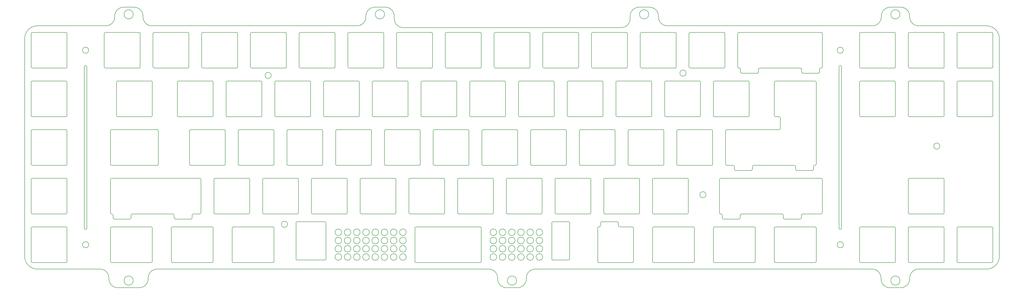
<source format=gbr>
%TF.GenerationSoftware,KiCad,Pcbnew,7.0.5*%
%TF.CreationDate,2023-07-12T22:14:23+02:00*%
%TF.ProjectId,Foundation_Universal,466f756e-6461-4746-996f-6e5f556e6976,rev?*%
%TF.SameCoordinates,Original*%
%TF.FileFunction,Profile,NP*%
%FSLAX46Y46*%
G04 Gerber Fmt 4.6, Leading zero omitted, Abs format (unit mm)*
G04 Created by KiCad (PCBNEW 7.0.5) date 2023-07-12 22:14:23*
%MOMM*%
%LPD*%
G01*
G04 APERTURE LIST*
%TA.AperFunction,Profile*%
%ADD10C,0.200000*%
%TD*%
%ADD11C,0.200000*%
G04 APERTURE END LIST*
D10*
X197368615Y144120000D02*
G75*
G03*
X197368615Y144120000I-1800000J0D01*
G01*
X197368615Y39820000D02*
G75*
G03*
X197368615Y39820000I-1800000J0D01*
G01*
X99137055Y144120000D02*
G75*
G03*
X99137055Y144120000I-1800000J0D01*
G01*
X-48427225Y120193213D02*
G75*
G03*
X-48427225Y120193213I-1200000J0D01*
G01*
X-42065200Y61878919D02*
G75*
G03*
X-42065200Y61878919I-1200000J0D01*
G01*
X121518040Y73446302D02*
G75*
G03*
X121518040Y73446302I-1200000J0D01*
G01*
X113730473Y121101496D02*
G75*
G03*
X113730473Y121101496I-1200000J0D01*
G01*
X46880300Y49057357D02*
G75*
G03*
X46880300Y49057357I-1287763J0D01*
G01*
X57691518Y52281755D02*
G75*
G03*
X57691518Y52281755I-1287763J0D01*
G01*
X43286543Y52281755D02*
G75*
G03*
X43286543Y52281755I-1287763J0D01*
G01*
X46880300Y55506153D02*
G75*
G03*
X46880300Y55506153I-1287763J0D01*
G01*
X57691518Y58740534D02*
G75*
G03*
X57691518Y58740534I-1287763J0D01*
G01*
X43286543Y58740534D02*
G75*
G03*
X43286543Y58740534I-1287763J0D01*
G01*
X-13694465Y49057357D02*
G75*
G03*
X-13694465Y49057357I-1287763J0D01*
G01*
X720492Y49057357D02*
G75*
G03*
X720492Y49057357I-1287763J0D01*
G01*
X-2883248Y52281755D02*
G75*
G03*
X-2883248Y52281755I-1287762J0D01*
G01*
X-17298205Y52281755D02*
G75*
G03*
X-17298205Y52281755I-1287763J0D01*
G01*
X-13694465Y55506153D02*
G75*
G03*
X-13694465Y55506153I-1287763J0D01*
G01*
X720492Y55506153D02*
G75*
G03*
X720492Y55506153I-1287763J0D01*
G01*
X-2883248Y58740534D02*
G75*
G03*
X-2883248Y58740534I-1287762J0D01*
G01*
X-17298205Y58740534D02*
G75*
G03*
X-17298205Y58740534I-1287763J0D01*
G01*
X-13694465Y58740534D02*
G75*
G03*
X-13694465Y58740534I-1287763J0D01*
G01*
X720492Y58740534D02*
G75*
G03*
X720492Y58740534I-1287763J0D01*
G01*
X-2883248Y55506153D02*
G75*
G03*
X-2883248Y55506153I-1287762J0D01*
G01*
X-17298205Y55506153D02*
G75*
G03*
X-17298205Y55506153I-1287763J0D01*
G01*
X-13694465Y52281755D02*
G75*
G03*
X-13694465Y52281755I-1287763J0D01*
G01*
X720492Y52281755D02*
G75*
G03*
X720492Y52281755I-1287763J0D01*
G01*
X-2883248Y49057357D02*
G75*
G03*
X-2883248Y49057357I-1287762J0D01*
G01*
X-17298205Y49057357D02*
G75*
G03*
X-17298205Y49057357I-1287763J0D01*
G01*
X46880300Y58740534D02*
G75*
G03*
X46880300Y58740534I-1287763J0D01*
G01*
X57691518Y55506153D02*
G75*
G03*
X57691518Y55506153I-1287763J0D01*
G01*
X43286543Y55506153D02*
G75*
G03*
X43286543Y55506153I-1287763J0D01*
G01*
X46880300Y52281755D02*
G75*
G03*
X46880300Y52281755I-1287763J0D01*
G01*
X57691518Y49057357D02*
G75*
G03*
X57691518Y49057357I-1287763J0D01*
G01*
X43286543Y49057357D02*
G75*
G03*
X43286543Y49057357I-1287763J0D01*
G01*
X50484039Y49057357D02*
G75*
G03*
X50484039Y49057357I-1287763J0D01*
G01*
X54087778Y52281755D02*
G75*
G03*
X54087778Y52281755I-1287762J0D01*
G01*
X39682804Y52281755D02*
G75*
G03*
X39682804Y52281755I-1287763J0D01*
G01*
X50484039Y55506153D02*
G75*
G03*
X50484039Y55506153I-1287763J0D01*
G01*
X54087778Y58740534D02*
G75*
G03*
X54087778Y58740534I-1287762J0D01*
G01*
X39682804Y58740534D02*
G75*
G03*
X39682804Y58740534I-1287763J0D01*
G01*
X-10090726Y49057357D02*
G75*
G03*
X-10090726Y49057357I-1287763J0D01*
G01*
X4324231Y49057357D02*
G75*
G03*
X4324231Y49057357I-1287763J0D01*
G01*
X-6486987Y52281755D02*
G75*
G03*
X-6486987Y52281755I-1287763J0D01*
G01*
X-20901944Y52281755D02*
G75*
G03*
X-20901944Y52281755I-1287763J0D01*
G01*
X-10090726Y55506153D02*
G75*
G03*
X-10090726Y55506153I-1287763J0D01*
G01*
X4324231Y55506153D02*
G75*
G03*
X4324231Y55506153I-1287763J0D01*
G01*
X-6486987Y58740534D02*
G75*
G03*
X-6486987Y58740534I-1287763J0D01*
G01*
X-20901944Y58740534D02*
G75*
G03*
X-20901944Y58740534I-1287763J0D01*
G01*
X-10090726Y58740534D02*
G75*
G03*
X-10090726Y58740534I-1287763J0D01*
G01*
X4324231Y58740534D02*
G75*
G03*
X4324231Y58740534I-1287763J0D01*
G01*
X-6486987Y55506153D02*
G75*
G03*
X-6486987Y55506153I-1287763J0D01*
G01*
X-20901944Y55506153D02*
G75*
G03*
X-20901944Y55506153I-1287763J0D01*
G01*
X-10090726Y52281755D02*
G75*
G03*
X-10090726Y52281755I-1287763J0D01*
G01*
X4324231Y52281755D02*
G75*
G03*
X4324231Y52281755I-1287763J0D01*
G01*
X-6486987Y49057357D02*
G75*
G03*
X-6486987Y49057357I-1287763J0D01*
G01*
X-20901944Y49057357D02*
G75*
G03*
X-20901944Y49057357I-1287763J0D01*
G01*
X50484039Y58740534D02*
G75*
G03*
X50484039Y58740534I-1287763J0D01*
G01*
X54087778Y55506153D02*
G75*
G03*
X54087778Y55506153I-1287762J0D01*
G01*
X39682804Y55506153D02*
G75*
G03*
X39682804Y55506153I-1287763J0D01*
G01*
X50484039Y52281755D02*
G75*
G03*
X50484039Y52281755I-1287763J0D01*
G01*
X54087778Y49057357D02*
G75*
G03*
X54087778Y49057357I-1287762J0D01*
G01*
X39682804Y49057357D02*
G75*
G03*
X39682804Y49057357I-1287763J0D01*
G01*
X212918930Y92513390D02*
G75*
G03*
X212918930Y92513390I-1200000J0D01*
G01*
X175207500Y130070000D02*
G75*
G03*
X175207500Y130070000I-1200000J0D01*
G01*
X175207500Y53870001D02*
G75*
G03*
X175207500Y53870001I-1200000J0D01*
G01*
X-119792500Y130070000D02*
G75*
G03*
X-119792500Y130070000I-1200000J0D01*
G01*
X-119792500Y53870001D02*
G75*
G03*
X-119792500Y53870001I-1200000J0D01*
G01*
X-102378615Y144120000D02*
G75*
G03*
X-102378615Y144120000I-1800000J0D01*
G01*
X47495000Y39820000D02*
G75*
G03*
X47495000Y39820000I-1800000J0D01*
G01*
X-102378615Y39820000D02*
G75*
G03*
X-102378615Y39820000I-1800000J0D01*
G01*
X-4147055Y144120000D02*
G75*
G03*
X-4147055Y144120000I-1800000J0D01*
G01*
X-110736740Y65920009D02*
X-110823753Y65920009D01*
X-111323753Y66420009D02*
G75*
G03*
X-110823753Y65920009I500000J0D01*
G01*
X-111323753Y66420009D02*
X-111323750Y79420000D01*
X-110823750Y79920000D02*
G75*
G03*
X-111323750Y79420000I0J-500000D01*
G01*
X-110823750Y79920000D02*
X-76392500Y79920000D01*
X-75892500Y79420000D02*
G75*
G03*
X-76392500Y79920000I-500001J-1D01*
G01*
X-75892500Y79420000D02*
X-75892500Y66420000D01*
X-76392500Y65920000D02*
G75*
G03*
X-75892500Y66420000I-1J500001D01*
G01*
X-76392500Y65920000D02*
X-78860739Y65920000D01*
X-78860739Y65920000D02*
G75*
G03*
X-79360739Y65420000I1J-500001D01*
G01*
X-79360739Y65420000D02*
X-79360739Y64419989D01*
X-79860739Y63919989D02*
G75*
G03*
X-79360739Y64419989I-1J500001D01*
G01*
X-79860739Y63919989D02*
X-85860742Y63919989D01*
X-86360742Y64419989D02*
G75*
G03*
X-85860742Y63919989I500000J0D01*
G01*
X-86360742Y64419989D02*
X-86360742Y65420000D01*
X-86360742Y65420000D02*
G75*
G03*
X-86860742Y65919997I-500000J-3D01*
G01*
X-86860742Y65919997D02*
X-102736736Y65920000D01*
X-102736736Y65920000D02*
G75*
G03*
X-103236736Y65420000I0J-500000D01*
G01*
X-103236736Y65420000D02*
X-103236736Y64419989D01*
X-103736736Y63919989D02*
G75*
G03*
X-103236736Y64419989I-1J500001D01*
G01*
X-103736736Y63919989D02*
X-109736740Y63919989D01*
X-110236740Y64419989D02*
G75*
G03*
X-109736740Y63919989I500001J1D01*
G01*
X-110236740Y64419989D02*
X-110236740Y65420009D01*
X-110236740Y65420009D02*
G75*
G03*
X-110736740Y65920009I-499998J2D01*
G01*
X-14917836Y139620001D02*
G75*
G03*
X-11417836Y143120000I-3J3500003D01*
G01*
X-14917836Y139620000D02*
X-95049455Y139620000D01*
X-98549455Y143120000D02*
G75*
G03*
X-95049455Y139620000I3499999J-1D01*
G01*
X-98549455Y143120000D02*
X-98549455Y143495166D01*
X-98549455Y143495166D02*
G75*
G03*
X-102048648Y146920000I-3499192J-75165D01*
G01*
X-102048648Y146920000D02*
X-106118840Y146920000D01*
X-106118840Y146920000D02*
G75*
G03*
X-109618840Y143420000I-1J-3499999D01*
G01*
X-109618840Y143420000D02*
X-109618840Y143120000D01*
X-113118840Y139620000D02*
G75*
G03*
X-109618840Y143120000I1J3499999D01*
G01*
X-113118840Y139620000D02*
X-139830000Y139620000D01*
X-139830000Y139620000D02*
G75*
G03*
X-144830000Y134620000I0J-5000000D01*
G01*
X-144830000Y134620000D02*
X-144830000Y49320000D01*
X-144830000Y49320000D02*
G75*
G03*
X-139830000Y44320000I5000000J0D01*
G01*
X-139830000Y44320000D02*
X-115386789Y44320000D01*
X-111886789Y40820000D02*
G75*
G03*
X-115386789Y44320000I-3499999J1D01*
G01*
X-111886789Y40820000D02*
X-111886789Y40520000D01*
X-111886789Y40520000D02*
G75*
G03*
X-108386789Y37020000I3499999J-1D01*
G01*
X-108386789Y37020000D02*
X-100034624Y37020000D01*
X-100034624Y37020000D02*
G75*
G03*
X-96534679Y40500606I-1J3500000D01*
G01*
X-96534678Y40500606D02*
X-96534678Y40820000D01*
X-93034678Y44320000D02*
G75*
G03*
X-96534678Y40820000I-1J-3499999D01*
G01*
X-93034678Y44320000D02*
X36568613Y44320000D01*
X40068617Y40820000D02*
G75*
G03*
X36568613Y44320000I-3500006J-6D01*
G01*
X40068613Y40820000D02*
X40068613Y40444766D01*
X40068599Y40444766D02*
G75*
G03*
X43564647Y37020001I3497912J73928D01*
G01*
X43564647Y37020001D02*
X47793907Y37020000D01*
X47793907Y37019998D02*
G75*
G03*
X51293907Y40520000I4J3499996D01*
G01*
X51293907Y40520000D02*
X51293907Y40820000D01*
X54793907Y44319998D02*
G75*
G03*
X51293907Y40820000I4J-3500004D01*
G01*
X54793907Y44320000D02*
X186430610Y44320000D01*
X189929813Y40895000D02*
G75*
G03*
X186430610Y44320000I-3499202J-75006D01*
G01*
X189929806Y40895000D02*
X189939451Y40445000D01*
X189939421Y40444999D02*
G75*
G03*
X193438647Y37020000I3499190J74995D01*
G01*
X193438647Y37020000D02*
X197667907Y37020000D01*
X197667907Y37019998D02*
G75*
G03*
X201167907Y40520000I4J3499996D01*
G01*
X201167907Y40520000D02*
X201167907Y40820000D01*
X204667907Y44319998D02*
G75*
G03*
X201167907Y40820000I4J-3500004D01*
G01*
X204667907Y44320000D02*
X231220000Y44320000D01*
X231220000Y44320005D02*
G75*
G03*
X236220000Y49320000I11J4999989D01*
G01*
X236220000Y49320000D02*
X236220000Y134620000D01*
X236220017Y134620000D02*
G75*
G03*
X231220000Y139620000I-5000006J-6D01*
G01*
X231220000Y139620000D02*
X204635856Y139620000D01*
X201135817Y143120000D02*
G75*
G03*
X204635856Y139620000I3499994J-6D01*
G01*
X201135856Y143120000D02*
X201135856Y143420000D01*
X201135817Y143420000D02*
G75*
G03*
X197635856Y146920000I-3500006J-6D01*
G01*
X197635856Y146920000D02*
X193565664Y146920000D01*
X193565664Y146920040D02*
G75*
G03*
X190066469Y143495000I47J-3500046D01*
G01*
X190066468Y143495000D02*
X190066468Y143120000D01*
X186566468Y139620037D02*
G75*
G03*
X190066468Y143120000I43J3499957D01*
G01*
X186566468Y139620000D02*
X106434856Y139620000D01*
X102934817Y143120000D02*
G75*
G03*
X106434856Y139620000I3499994J-6D01*
G01*
X102934856Y143120000D02*
X102934856Y143495000D01*
X102934813Y143494999D02*
G75*
G03*
X99435660Y146920000I-3499202J-75005D01*
G01*
X99435660Y146920000D02*
X95365467Y146920000D01*
X95365467Y146920038D02*
G75*
G03*
X91865467Y143420000I44J-3500044D01*
G01*
X91865467Y143420000D02*
X91865467Y142420000D01*
X88365467Y138920038D02*
G75*
G03*
X91865467Y142420000I44J3499956D01*
G01*
X88365467Y138920000D02*
X3151549Y138920000D01*
X-348483Y142420000D02*
G75*
G03*
X3151549Y138920000I3499994J-6D01*
G01*
X-348451Y142420000D02*
X-348451Y143420000D01*
X-348483Y143420000D02*
G75*
G03*
X-3848451Y146920000I-3500006J-6D01*
G01*
X-3848451Y146920000D02*
X-7918643Y146920000D01*
X-7918643Y146919948D02*
G75*
G03*
X-11417836Y143495166I-46J-3499954D01*
G01*
X-11417836Y143495166D02*
X-11417836Y143120000D01*
X81557500Y66420000D02*
X81557500Y79420000D01*
D11*
X81557500Y79420000D02*
X81606805Y79636770D01*
X81739453Y79805824D01*
X81932542Y79904258D01*
X82057500Y79920000D01*
D10*
X82057500Y79920000D02*
X95057500Y79920000D01*
D11*
X95057500Y79920000D02*
X95274270Y79870694D01*
X95443324Y79738046D01*
X95541758Y79544957D01*
X95557500Y79420000D01*
D10*
X95557500Y79420000D02*
X95557500Y66420000D01*
D11*
X95557500Y66420000D02*
X95508194Y66203229D01*
X95375546Y66034175D01*
X95182457Y65935741D01*
X95057500Y65920000D01*
D10*
X95057500Y65920000D02*
X82057500Y65920000D01*
D11*
X82057500Y65920000D02*
X81840729Y65969305D01*
X81671675Y66101953D01*
X81573241Y66295042D01*
X81557500Y66420000D01*
D10*
X100607500Y66420000D02*
X100607500Y79420000D01*
D11*
X100607500Y79420000D02*
X100656805Y79636770D01*
X100789453Y79805824D01*
X100982542Y79904258D01*
X101107500Y79920000D01*
D10*
X101107500Y79920000D02*
X114107500Y79920000D01*
D11*
X114107500Y79920000D02*
X114324270Y79870694D01*
X114493324Y79738046D01*
X114591758Y79544957D01*
X114607500Y79420000D01*
D10*
X114607500Y79420000D02*
X114607500Y66420000D01*
D11*
X114607500Y66420000D02*
X114558194Y66203229D01*
X114425546Y66034175D01*
X114232457Y65935741D01*
X114107500Y65920000D01*
D10*
X114107500Y65920000D02*
X101107500Y65920000D01*
D11*
X101107500Y65920000D02*
X100890729Y65969305D01*
X100721675Y66101953D01*
X100623241Y66295042D01*
X100607500Y66420000D01*
D10*
X62507500Y66420000D02*
X62507500Y79420000D01*
D11*
X62507500Y79420000D02*
X62556805Y79636770D01*
X62689453Y79805824D01*
X62882542Y79904258D01*
X63007500Y79920000D01*
D10*
X63007500Y79920000D02*
X76007500Y79920000D01*
D11*
X76007500Y79920000D02*
X76224270Y79870694D01*
X76393324Y79738046D01*
X76491758Y79544957D01*
X76507500Y79420000D01*
D10*
X76507500Y79420000D02*
X76507500Y66420000D01*
D11*
X76507500Y66420000D02*
X76458194Y66203229D01*
X76325546Y66034175D01*
X76132457Y65935741D01*
X76007500Y65920000D01*
D10*
X76007500Y65920000D02*
X63007500Y65920000D01*
D11*
X63007500Y65920000D02*
X62790729Y65969305D01*
X62621675Y66101953D01*
X62523241Y66295042D01*
X62507500Y66420000D01*
D10*
X24407500Y66420000D02*
X24407500Y79420000D01*
D11*
X24407500Y79420000D02*
X24456805Y79636770D01*
X24589453Y79805824D01*
X24782542Y79904258D01*
X24907500Y79920000D01*
D10*
X24907500Y79920000D02*
X37907500Y79920000D01*
D11*
X37907500Y79920000D02*
X38124270Y79870694D01*
X38293324Y79738046D01*
X38391758Y79544957D01*
X38407500Y79420000D01*
D10*
X38407500Y79420000D02*
X38407500Y66420000D01*
D11*
X38407500Y66420000D02*
X38358194Y66203229D01*
X38225546Y66034175D01*
X38032457Y65935741D01*
X37907500Y65920000D01*
D10*
X37907500Y65920000D02*
X24907500Y65920000D01*
D11*
X24907500Y65920000D02*
X24690729Y65969305D01*
X24521675Y66101953D01*
X24423241Y66295042D01*
X24407500Y66420000D01*
D10*
X43457500Y66420000D02*
X43457500Y79420000D01*
D11*
X43457500Y79420000D02*
X43506805Y79636770D01*
X43639453Y79805824D01*
X43832542Y79904258D01*
X43957500Y79920000D01*
D10*
X43957500Y79920000D02*
X56957500Y79920000D01*
D11*
X56957500Y79920000D02*
X57174270Y79870694D01*
X57343324Y79738046D01*
X57441758Y79544957D01*
X57457500Y79420000D01*
D10*
X57457500Y79420000D02*
X57457500Y66420000D01*
D11*
X57457500Y66420000D02*
X57408194Y66203229D01*
X57275546Y66034175D01*
X57082457Y65935741D01*
X56957500Y65920000D01*
D10*
X56957500Y65920000D02*
X43957500Y65920000D01*
D11*
X43957500Y65920000D02*
X43740729Y65969305D01*
X43571675Y66101953D01*
X43473241Y66295042D01*
X43457500Y66420000D01*
D10*
X5357500Y66420000D02*
X5357500Y79420000D01*
D11*
X5357500Y79420000D02*
X5406805Y79636770D01*
X5539453Y79805824D01*
X5732542Y79904258D01*
X5857500Y79920000D01*
D10*
X5857500Y79920000D02*
X18857500Y79920000D01*
D11*
X18857500Y79920000D02*
X19074270Y79870694D01*
X19243324Y79738046D01*
X19341758Y79544957D01*
X19357500Y79420000D01*
D10*
X19357500Y79420000D02*
X19357500Y66420000D01*
D11*
X19357500Y66420000D02*
X19308194Y66203229D01*
X19175546Y66034175D01*
X18982457Y65935741D01*
X18857500Y65920000D01*
D10*
X18857500Y65920000D02*
X5857500Y65920000D01*
D11*
X5857500Y65920000D02*
X5640729Y65969305D01*
X5471675Y66101953D01*
X5373241Y66295042D01*
X5357500Y66420000D01*
D10*
X-13692500Y66420000D02*
X-13692500Y79420000D01*
D11*
X-13692500Y79420000D02*
X-13643194Y79636770D01*
X-13510546Y79805824D01*
X-13317457Y79904258D01*
X-13192500Y79920000D01*
D10*
X-13192500Y79920000D02*
X-192500Y79920000D01*
D11*
X-192500Y79920000D02*
X24270Y79870694D01*
X193324Y79738046D01*
X291758Y79544957D01*
X307500Y79420000D01*
D10*
X307500Y79420000D02*
X307500Y66420000D01*
D11*
X307500Y66420000D02*
X258194Y66203229D01*
X125546Y66034175D01*
X-67542Y65935741D01*
X-192500Y65920000D01*
D10*
X-192500Y65920000D02*
X-13192500Y65920000D01*
D11*
X-13192500Y65920000D02*
X-13409270Y65969305D01*
X-13578324Y66101953D01*
X-13676758Y66295042D01*
X-13692500Y66420000D01*
D10*
X-51792500Y66420000D02*
X-51792500Y79420000D01*
D11*
X-51792500Y79420000D02*
X-51743194Y79636770D01*
X-51610546Y79805824D01*
X-51417457Y79904258D01*
X-51292500Y79920000D01*
D10*
X-51292500Y79920000D02*
X-38292500Y79920000D01*
D11*
X-38292500Y79920000D02*
X-38075729Y79870694D01*
X-37906675Y79738046D01*
X-37808241Y79544957D01*
X-37792500Y79420000D01*
D10*
X-37792500Y79420000D02*
X-37792500Y66420000D01*
D11*
X-37792500Y66420000D02*
X-37841805Y66203229D01*
X-37974453Y66034175D01*
X-38167542Y65935741D01*
X-38292500Y65920000D01*
D10*
X-38292500Y65920000D02*
X-51292500Y65920000D01*
D11*
X-51292500Y65920000D02*
X-51509270Y65969305D01*
X-51678324Y66101953D01*
X-51776758Y66295042D01*
X-51792500Y66420000D01*
D10*
X110132500Y85470000D02*
X110132500Y98470000D01*
D11*
X110132500Y98470000D02*
X110181805Y98686770D01*
X110314453Y98855824D01*
X110507542Y98954258D01*
X110632500Y98970000D01*
D10*
X110632500Y98970000D02*
X123632500Y98970000D01*
D11*
X123632500Y98970000D02*
X123849270Y98920694D01*
X124018324Y98788046D01*
X124116758Y98594957D01*
X124132500Y98470000D01*
D10*
X124132500Y98470000D02*
X124132500Y85470000D01*
D11*
X124132500Y85470000D02*
X124083194Y85253229D01*
X123950546Y85084175D01*
X123757457Y84985741D01*
X123632500Y84970000D01*
D10*
X123632500Y84970000D02*
X110632500Y84970000D01*
D11*
X110632500Y84970000D02*
X110415729Y85019305D01*
X110246675Y85151953D01*
X110148241Y85345042D01*
X110132500Y85470000D01*
D10*
X91082500Y85470000D02*
X91082500Y98470000D01*
D11*
X91082500Y98470000D02*
X91131805Y98686770D01*
X91264453Y98855824D01*
X91457542Y98954258D01*
X91582500Y98970000D01*
D10*
X91582500Y98970000D02*
X104582500Y98970000D01*
D11*
X104582500Y98970000D02*
X104799270Y98920694D01*
X104968324Y98788046D01*
X105066758Y98594957D01*
X105082500Y98470000D01*
D10*
X105082500Y98470000D02*
X105082500Y85470000D01*
D11*
X105082500Y85470000D02*
X105033194Y85253229D01*
X104900546Y85084175D01*
X104707457Y84985741D01*
X104582500Y84970000D01*
D10*
X104582500Y84970000D02*
X91582500Y84970000D01*
D11*
X91582500Y84970000D02*
X91365729Y85019305D01*
X91196675Y85151953D01*
X91098241Y85345042D01*
X91082500Y85470000D01*
D10*
X-32742500Y66420000D02*
X-32742500Y79420000D01*
D11*
X-32742500Y79420000D02*
X-32693194Y79636770D01*
X-32560546Y79805824D01*
X-32367457Y79904258D01*
X-32242500Y79920000D01*
D10*
X-32242500Y79920000D02*
X-19242500Y79920000D01*
D11*
X-19242500Y79920000D02*
X-19025729Y79870694D01*
X-18856675Y79738046D01*
X-18758241Y79544957D01*
X-18742500Y79420000D01*
D10*
X-18742500Y79420000D02*
X-18742500Y66420000D01*
D11*
X-18742500Y66420000D02*
X-18791805Y66203229D01*
X-18924453Y66034175D01*
X-19117542Y65935741D01*
X-19242500Y65920000D01*
D10*
X-19242500Y65920000D02*
X-32242500Y65920000D01*
D11*
X-32242500Y65920000D02*
X-32459270Y65969305D01*
X-32628324Y66101953D01*
X-32726758Y66295042D01*
X-32742500Y66420000D01*
D10*
X72032500Y85470000D02*
X72032500Y98470000D01*
D11*
X72032500Y98470000D02*
X72081805Y98686770D01*
X72214453Y98855824D01*
X72407542Y98954258D01*
X72532500Y98970000D01*
D10*
X72532500Y98970000D02*
X85532500Y98970000D01*
D11*
X85532500Y98970000D02*
X85749270Y98920694D01*
X85918324Y98788046D01*
X86016758Y98594957D01*
X86032500Y98470000D01*
D10*
X86032500Y98470000D02*
X86032500Y85470000D01*
D11*
X86032500Y85470000D02*
X85983194Y85253229D01*
X85850546Y85084175D01*
X85657457Y84985741D01*
X85532500Y84970000D01*
D10*
X85532500Y84970000D02*
X72532500Y84970000D01*
D11*
X72532500Y84970000D02*
X72315729Y85019305D01*
X72146675Y85151953D01*
X72048241Y85345042D01*
X72032500Y85470000D01*
D10*
X67270000Y104520000D02*
X67270000Y117520000D01*
D11*
X67270000Y117520000D02*
X67319305Y117736770D01*
X67451953Y117905824D01*
X67645042Y118004258D01*
X67770000Y118020000D01*
D10*
X67770000Y118020000D02*
X80770000Y118020000D01*
D11*
X80770000Y118020000D02*
X80986770Y117970694D01*
X81155824Y117838046D01*
X81254258Y117644957D01*
X81270000Y117520000D01*
D10*
X81270000Y117520000D02*
X81270000Y104520000D01*
D11*
X81270000Y104520000D02*
X81220694Y104303229D01*
X81088046Y104134175D01*
X80894957Y104035741D01*
X80770000Y104020000D01*
D10*
X80770000Y104020000D02*
X67770000Y104020000D01*
D11*
X67770000Y104020000D02*
X67553229Y104069305D01*
X67384175Y104201953D01*
X67285741Y104395042D01*
X67270000Y104520000D01*
D10*
X105370000Y104520000D02*
X105370000Y117520000D01*
D11*
X105370000Y117520000D02*
X105419305Y117736770D01*
X105551953Y117905824D01*
X105745042Y118004258D01*
X105870000Y118020000D01*
D10*
X105870000Y118020000D02*
X118870000Y118020000D01*
D11*
X118870000Y118020000D02*
X119086770Y117970694D01*
X119255824Y117838046D01*
X119354258Y117644957D01*
X119370000Y117520000D01*
D10*
X119370000Y117520000D02*
X119370000Y104520000D01*
D11*
X119370000Y104520000D02*
X119320694Y104303229D01*
X119188046Y104134175D01*
X118994957Y104035741D01*
X118870000Y104020000D01*
D10*
X118870000Y104020000D02*
X105870000Y104020000D01*
D11*
X105870000Y104020000D02*
X105653229Y104069305D01*
X105484175Y104201953D01*
X105385741Y104395042D01*
X105370000Y104520000D01*
D10*
X33932500Y85470000D02*
X33932500Y98470000D01*
D11*
X33932500Y98470000D02*
X33981805Y98686770D01*
X34114453Y98855824D01*
X34307542Y98954258D01*
X34432500Y98970000D01*
D10*
X34432500Y98970000D02*
X47432500Y98970000D01*
D11*
X47432500Y98970000D02*
X47649270Y98920694D01*
X47818324Y98788046D01*
X47916758Y98594957D01*
X47932500Y98470000D01*
D10*
X47932500Y98470000D02*
X47932500Y85470000D01*
D11*
X47932500Y85470000D02*
X47883194Y85253229D01*
X47750546Y85084175D01*
X47557457Y84985741D01*
X47432500Y84970000D01*
D10*
X47432500Y84970000D02*
X34432500Y84970000D01*
D11*
X34432500Y84970000D02*
X34215729Y85019305D01*
X34046675Y85151953D01*
X33948241Y85345042D01*
X33932500Y85470000D01*
D10*
X14882500Y85470000D02*
X14882500Y98470000D01*
D11*
X14882500Y98470000D02*
X14931805Y98686770D01*
X15064453Y98855824D01*
X15257542Y98954258D01*
X15382500Y98970000D01*
D10*
X15382500Y98970000D02*
X28382500Y98970000D01*
D11*
X28382500Y98970000D02*
X28599270Y98920694D01*
X28768324Y98788046D01*
X28866758Y98594957D01*
X28882500Y98470000D01*
D10*
X28882500Y98470000D02*
X28882500Y85470000D01*
D11*
X28882500Y85470000D02*
X28833194Y85253229D01*
X28700546Y85084175D01*
X28507457Y84985741D01*
X28382500Y84970000D01*
D10*
X28382500Y84970000D02*
X15382500Y84970000D01*
D11*
X15382500Y84970000D02*
X15165729Y85019305D01*
X14996675Y85151953D01*
X14898241Y85345042D01*
X14882500Y85470000D01*
D10*
X-42267500Y85470000D02*
X-42267500Y98470000D01*
D11*
X-42267500Y98470000D02*
X-42218194Y98686770D01*
X-42085546Y98855824D01*
X-41892457Y98954258D01*
X-41767500Y98970000D01*
D10*
X-41767500Y98970000D02*
X-28767500Y98970000D01*
D11*
X-28767500Y98970000D02*
X-28550729Y98920694D01*
X-28381675Y98788046D01*
X-28283241Y98594957D01*
X-28267500Y98470000D01*
D10*
X-28267500Y98470000D02*
X-28267500Y85470000D01*
D11*
X-28267500Y85470000D02*
X-28316805Y85253229D01*
X-28449453Y85084175D01*
X-28642542Y84985741D01*
X-28767500Y84970000D01*
D10*
X-28767500Y84970000D02*
X-41767500Y84970000D01*
D11*
X-41767500Y84970000D02*
X-41984270Y85019305D01*
X-42153324Y85151953D01*
X-42251758Y85345042D01*
X-42267500Y85470000D01*
D10*
X52982500Y85470000D02*
X52982500Y98470000D01*
D11*
X52982500Y98470000D02*
X53031805Y98686770D01*
X53164453Y98855824D01*
X53357542Y98954258D01*
X53482500Y98970000D01*
D10*
X53482500Y98970000D02*
X66482500Y98970000D01*
D11*
X66482500Y98970000D02*
X66699270Y98920694D01*
X66868324Y98788046D01*
X66966758Y98594957D01*
X66982500Y98470000D01*
D10*
X66982500Y98470000D02*
X66982500Y85470000D01*
D11*
X66982500Y85470000D02*
X66933194Y85253229D01*
X66800546Y85084175D01*
X66607457Y84985741D01*
X66482500Y84970000D01*
D10*
X66482500Y84970000D02*
X53482500Y84970000D01*
D11*
X53482500Y84970000D02*
X53265729Y85019305D01*
X53096675Y85151953D01*
X52998241Y85345042D01*
X52982500Y85470000D01*
D10*
X-4167500Y85470000D02*
X-4167500Y98470000D01*
D11*
X-4167500Y98470000D02*
X-4118194Y98686770D01*
X-3985546Y98855824D01*
X-3792457Y98954258D01*
X-3667500Y98970000D01*
D10*
X-3667500Y98970000D02*
X9332500Y98970000D01*
D11*
X9332500Y98970000D02*
X9549270Y98920694D01*
X9718324Y98788046D01*
X9816758Y98594957D01*
X9832500Y98470000D01*
D10*
X9832500Y98470000D02*
X9832500Y85470000D01*
D11*
X9832500Y85470000D02*
X9783194Y85253229D01*
X9650546Y85084175D01*
X9457457Y84985741D01*
X9332500Y84970000D01*
D10*
X9332500Y84970000D02*
X-3667500Y84970000D01*
D11*
X-3667500Y84970000D02*
X-3884270Y85019305D01*
X-4053324Y85151953D01*
X-4151758Y85345042D01*
X-4167500Y85470000D01*
D10*
X-23217500Y85470000D02*
X-23217500Y98470000D01*
D11*
X-23217500Y98470000D02*
X-23168194Y98686770D01*
X-23035546Y98855824D01*
X-22842457Y98954258D01*
X-22717500Y98970000D01*
D10*
X-22717500Y98970000D02*
X-9717500Y98970000D01*
D11*
X-9717500Y98970000D02*
X-9500729Y98920694D01*
X-9331675Y98788046D01*
X-9233241Y98594957D01*
X-9217500Y98470000D01*
D10*
X-9217500Y98470000D02*
X-9217500Y85470000D01*
D11*
X-9217500Y85470000D02*
X-9266805Y85253229D01*
X-9399453Y85084175D01*
X-9592542Y84985741D01*
X-9717500Y84970000D01*
D10*
X-9717500Y84970000D02*
X-22717500Y84970000D01*
D11*
X-22717500Y84970000D02*
X-22934270Y85019305D01*
X-23103324Y85151953D01*
X-23201758Y85345042D01*
X-23217500Y85470000D01*
D10*
X48220000Y104520000D02*
X48220000Y117520000D01*
D11*
X48220000Y117520000D02*
X48269305Y117736770D01*
X48401953Y117905824D01*
X48595042Y118004258D01*
X48720000Y118020000D01*
D10*
X48720000Y118020000D02*
X61720000Y118020000D01*
D11*
X61720000Y118020000D02*
X61936770Y117970694D01*
X62105824Y117838046D01*
X62204258Y117644957D01*
X62220000Y117520000D01*
D10*
X62220000Y117520000D02*
X62220000Y104520000D01*
D11*
X62220000Y104520000D02*
X62170694Y104303229D01*
X62038046Y104134175D01*
X61844957Y104035741D01*
X61720000Y104020000D01*
D10*
X61720000Y104020000D02*
X48720000Y104020000D01*
D11*
X48720000Y104020000D02*
X48503229Y104069305D01*
X48334175Y104201953D01*
X48235741Y104395042D01*
X48220000Y104520000D01*
D10*
X86320000Y104520000D02*
X86320000Y117520000D01*
D11*
X86320000Y117520000D02*
X86369305Y117736770D01*
X86501953Y117905824D01*
X86695042Y118004258D01*
X86820000Y118020000D01*
D10*
X86820000Y118020000D02*
X99820000Y118020000D01*
D11*
X99820000Y118020000D02*
X100036770Y117970694D01*
X100205824Y117838046D01*
X100304258Y117644957D01*
X100320000Y117520000D01*
D10*
X100320000Y117520000D02*
X100320000Y104520000D01*
D11*
X100320000Y104520000D02*
X100270694Y104303229D01*
X100138046Y104134175D01*
X99944957Y104035741D01*
X99820000Y104020000D01*
D10*
X99820000Y104020000D02*
X86820000Y104020000D01*
D11*
X86820000Y104020000D02*
X86603229Y104069305D01*
X86434175Y104201953D01*
X86335741Y104395042D01*
X86320000Y104520000D01*
D10*
X-27980000Y104520000D02*
X-27980000Y117520000D01*
D11*
X-27980000Y117520000D02*
X-27930694Y117736770D01*
X-27798046Y117905824D01*
X-27604957Y118004258D01*
X-27480000Y118020000D01*
D10*
X-27480000Y118020000D02*
X-14480000Y118020000D01*
D11*
X-14480000Y118020000D02*
X-14263229Y117970694D01*
X-14094175Y117838046D01*
X-13995741Y117644957D01*
X-13980000Y117520000D01*
D10*
X-13980000Y117520000D02*
X-13980000Y104520000D01*
D11*
X-13980000Y104520000D02*
X-14029305Y104303229D01*
X-14161953Y104134175D01*
X-14355042Y104035741D01*
X-14480000Y104020000D01*
D10*
X-14480000Y104020000D02*
X-27480000Y104020000D01*
D11*
X-27480000Y104020000D02*
X-27696770Y104069305D01*
X-27865824Y104201953D01*
X-27964258Y104395042D01*
X-27980000Y104520000D01*
D10*
X29170000Y104520000D02*
X29170000Y117520000D01*
D11*
X29170000Y117520000D02*
X29219305Y117736770D01*
X29351953Y117905824D01*
X29545042Y118004258D01*
X29670000Y118020000D01*
D10*
X29670000Y118020000D02*
X42670000Y118020000D01*
D11*
X42670000Y118020000D02*
X42886770Y117970694D01*
X43055824Y117838046D01*
X43154258Y117644957D01*
X43170000Y117520000D01*
D10*
X43170000Y117520000D02*
X43170000Y104520000D01*
D11*
X43170000Y104520000D02*
X43120694Y104303229D01*
X42988046Y104134175D01*
X42794957Y104035741D01*
X42670000Y104020000D01*
D10*
X42670000Y104020000D02*
X29670000Y104020000D01*
D11*
X29670000Y104020000D02*
X29453229Y104069305D01*
X29284175Y104201953D01*
X29185741Y104395042D01*
X29170000Y104520000D01*
D10*
X-8930000Y104520000D02*
X-8930000Y117520000D01*
D11*
X-8930000Y117520000D02*
X-8880694Y117736770D01*
X-8748046Y117905824D01*
X-8554957Y118004258D01*
X-8430000Y118020000D01*
D10*
X-8430000Y118020000D02*
X4570000Y118020000D01*
D11*
X4570000Y118020000D02*
X4786770Y117970694D01*
X4955824Y117838046D01*
X5054258Y117644957D01*
X5070000Y117520000D01*
D10*
X5070000Y117520000D02*
X5070000Y104520000D01*
D11*
X5070000Y104520000D02*
X5020694Y104303229D01*
X4888046Y104134175D01*
X4694957Y104035741D01*
X4570000Y104020000D01*
D10*
X4570000Y104020000D02*
X-8430000Y104020000D01*
D11*
X-8430000Y104020000D02*
X-8646770Y104069305D01*
X-8815824Y104201953D01*
X-8914258Y104395042D01*
X-8930000Y104520000D01*
D10*
X10120000Y104520000D02*
X10120000Y117520000D01*
D11*
X10120000Y117520000D02*
X10169305Y117736770D01*
X10301953Y117905824D01*
X10495042Y118004258D01*
X10620000Y118020000D01*
D10*
X10620000Y118020000D02*
X23620000Y118020000D01*
D11*
X23620000Y118020000D02*
X23836770Y117970694D01*
X24005824Y117838046D01*
X24104258Y117644957D01*
X24120000Y117520000D01*
D10*
X24120000Y117520000D02*
X24120000Y104520000D01*
D11*
X24120000Y104520000D02*
X24070694Y104303229D01*
X23938046Y104134175D01*
X23744957Y104035741D01*
X23620000Y104020000D01*
D10*
X23620000Y104020000D02*
X10620000Y104020000D01*
D11*
X10620000Y104020000D02*
X10403229Y104069305D01*
X10234175Y104201953D01*
X10135741Y104395042D01*
X10120000Y104520000D01*
D10*
X-47030000Y104520000D02*
X-47030000Y117520000D01*
D11*
X-47030000Y117520000D02*
X-46980694Y117736770D01*
X-46848046Y117905824D01*
X-46654957Y118004258D01*
X-46530000Y118020000D01*
D10*
X-46530000Y118020000D02*
X-33530000Y118020000D01*
D11*
X-33530000Y118020000D02*
X-33313229Y117970694D01*
X-33144175Y117838046D01*
X-33045741Y117644957D01*
X-33030000Y117520000D01*
D10*
X-33030000Y117520000D02*
X-33030000Y104520000D01*
D11*
X-33030000Y104520000D02*
X-33079305Y104303229D01*
X-33211953Y104134175D01*
X-33405042Y104035741D01*
X-33530000Y104020000D01*
D10*
X-33530000Y104020000D02*
X-46530000Y104020000D01*
D11*
X-46530000Y104020000D02*
X-46746770Y104069305D01*
X-46915824Y104201953D01*
X-47014258Y104395042D01*
X-47030000Y104520000D01*
D10*
X38695000Y123570000D02*
X38695000Y136570000D01*
D11*
X38695000Y136570000D02*
X38744305Y136786770D01*
X38876953Y136955824D01*
X39070042Y137054258D01*
X39195000Y137070000D01*
D10*
X39195000Y137070000D02*
X52195000Y137070000D01*
D11*
X52195000Y137070000D02*
X52411770Y137020694D01*
X52580824Y136888046D01*
X52679258Y136694957D01*
X52695000Y136570000D01*
D10*
X52695000Y136570000D02*
X52695000Y123570000D01*
D11*
X52695000Y123570000D02*
X52645694Y123353229D01*
X52513046Y123184175D01*
X52319957Y123085741D01*
X52195000Y123070000D01*
D10*
X52195000Y123070000D02*
X39195000Y123070000D01*
D11*
X39195000Y123070000D02*
X38978229Y123119305D01*
X38809175Y123251953D01*
X38710741Y123445042D01*
X38695000Y123570000D01*
D10*
X76795000Y123570000D02*
X76795000Y136570000D01*
D11*
X76795000Y136570000D02*
X76844305Y136786770D01*
X76976953Y136955824D01*
X77170042Y137054258D01*
X77295000Y137070000D01*
D10*
X77295000Y137070000D02*
X90295000Y137070000D01*
D11*
X90295000Y137070000D02*
X90511770Y137020694D01*
X90680824Y136888046D01*
X90779258Y136694957D01*
X90795000Y136570000D01*
D10*
X90795000Y136570000D02*
X90795000Y123570000D01*
D11*
X90795000Y123570000D02*
X90745694Y123353229D01*
X90613046Y123184175D01*
X90419957Y123085741D01*
X90295000Y123070000D01*
D10*
X90295000Y123070000D02*
X77295000Y123070000D01*
D11*
X77295000Y123070000D02*
X77078229Y123119305D01*
X76909175Y123251953D01*
X76810741Y123445042D01*
X76795000Y123570000D01*
D10*
X19645000Y123570000D02*
X19645000Y136570000D01*
D11*
X19645000Y136570000D02*
X19694305Y136786770D01*
X19826953Y136955824D01*
X20020042Y137054258D01*
X20145000Y137070000D01*
D10*
X20145000Y137070000D02*
X33145000Y137070000D01*
D11*
X33145000Y137070000D02*
X33361770Y137020694D01*
X33530824Y136888046D01*
X33629258Y136694957D01*
X33645000Y136570000D01*
D10*
X33645000Y136570000D02*
X33645000Y123570000D01*
D11*
X33645000Y123570000D02*
X33595694Y123353229D01*
X33463046Y123184175D01*
X33269957Y123085741D01*
X33145000Y123070000D01*
D10*
X33145000Y123070000D02*
X20145000Y123070000D01*
D11*
X20145000Y123070000D02*
X19928229Y123119305D01*
X19759175Y123251953D01*
X19660741Y123445042D01*
X19645000Y123570000D01*
D10*
X95845000Y123570000D02*
X95845000Y136570000D01*
D11*
X95845000Y136570000D02*
X95894305Y136786770D01*
X96026953Y136955824D01*
X96220042Y137054258D01*
X96345000Y137070000D01*
D10*
X96345000Y137070000D02*
X109345000Y137070000D01*
D11*
X109345000Y137070000D02*
X109561770Y137020694D01*
X109730824Y136888046D01*
X109829258Y136694957D01*
X109845000Y136570000D01*
D10*
X109845000Y136570000D02*
X109845000Y123570000D01*
D11*
X109845000Y123570000D02*
X109795694Y123353229D01*
X109663046Y123184175D01*
X109469957Y123085741D01*
X109345000Y123070000D01*
D10*
X109345000Y123070000D02*
X96345000Y123070000D01*
D11*
X96345000Y123070000D02*
X96128229Y123119305D01*
X95959175Y123251953D01*
X95860741Y123445042D01*
X95845000Y123570000D01*
D10*
X57745000Y123570000D02*
X57745000Y136570000D01*
D11*
X57745000Y136570000D02*
X57794305Y136786770D01*
X57926953Y136955824D01*
X58120042Y137054258D01*
X58245000Y137070000D01*
D10*
X58245000Y137070000D02*
X71245000Y137070000D01*
D11*
X71245000Y137070000D02*
X71461770Y137020694D01*
X71630824Y136888046D01*
X71729258Y136694957D01*
X71745000Y136570000D01*
D10*
X71745000Y136570000D02*
X71745000Y123570000D01*
D11*
X71745000Y123570000D02*
X71695694Y123353229D01*
X71563046Y123184175D01*
X71369957Y123085741D01*
X71245000Y123070000D01*
D10*
X71245000Y123070000D02*
X58245000Y123070000D01*
D11*
X58245000Y123070000D02*
X58028229Y123119305D01*
X57859175Y123251953D01*
X57760741Y123445042D01*
X57745000Y123570000D01*
D10*
X-18455000Y123570000D02*
X-18455000Y136570000D01*
D11*
X-18455000Y136570000D02*
X-18405694Y136786770D01*
X-18273046Y136955824D01*
X-18079957Y137054258D01*
X-17955000Y137070000D01*
D10*
X-17955000Y137070000D02*
X-4955000Y137070000D01*
D11*
X-4955000Y137070000D02*
X-4738229Y137020694D01*
X-4569175Y136888046D01*
X-4470741Y136694957D01*
X-4455000Y136570000D01*
D10*
X-4455000Y136570000D02*
X-4455000Y123570000D01*
D11*
X-4455000Y123570000D02*
X-4504305Y123353229D01*
X-4636953Y123184175D01*
X-4830042Y123085741D01*
X-4955000Y123070000D01*
D10*
X-4955000Y123070000D02*
X-17955000Y123070000D01*
D11*
X-17955000Y123070000D02*
X-18171770Y123119305D01*
X-18340824Y123251953D01*
X-18439258Y123445042D01*
X-18455000Y123570000D01*
D10*
X-37505000Y123570000D02*
X-37505000Y136570000D01*
D11*
X-37505000Y136570000D02*
X-37455694Y136786770D01*
X-37323046Y136955824D01*
X-37129957Y137054258D01*
X-37005000Y137070000D01*
D10*
X-37005000Y137070000D02*
X-24005000Y137070000D01*
D11*
X-24005000Y137070000D02*
X-23788229Y137020694D01*
X-23619175Y136888046D01*
X-23520741Y136694957D01*
X-23505000Y136570000D01*
D10*
X-23505000Y136570000D02*
X-23505000Y123570000D01*
D11*
X-23505000Y123570000D02*
X-23554305Y123353229D01*
X-23686953Y123184175D01*
X-23880042Y123085741D01*
X-24005000Y123070000D01*
D10*
X-24005000Y123070000D02*
X-37005000Y123070000D01*
D11*
X-37005000Y123070000D02*
X-37221770Y123119305D01*
X-37390824Y123251953D01*
X-37489258Y123445042D01*
X-37505000Y123570000D01*
D10*
X595000Y123570000D02*
X595000Y136570000D01*
D11*
X595000Y136570000D02*
X644305Y136786770D01*
X776953Y136955824D01*
X970042Y137054258D01*
X1095000Y137070000D01*
D10*
X1095000Y137070000D02*
X14095000Y137070000D01*
D11*
X14095000Y137070000D02*
X14311770Y137020694D01*
X14480824Y136888046D01*
X14579258Y136694957D01*
X14595000Y136570000D01*
D10*
X14595000Y136570000D02*
X14595000Y123570000D01*
D11*
X14595000Y123570000D02*
X14545694Y123353229D01*
X14413046Y123184175D01*
X14219957Y123085741D01*
X14095000Y123070000D01*
D10*
X14095000Y123070000D02*
X1095000Y123070000D01*
D11*
X1095000Y123070000D02*
X878229Y123119305D01*
X709175Y123251953D01*
X610741Y123445042D01*
X595000Y123570000D01*
D10*
X7738750Y47370000D02*
X7738750Y60370000D01*
D11*
X7738750Y60370000D02*
X7788055Y60586770D01*
X7920703Y60755824D01*
X8113792Y60854258D01*
X8238750Y60870000D01*
D10*
X8238750Y60870000D02*
X33145000Y60870000D01*
D11*
X33145000Y60870000D02*
X33361770Y60820694D01*
X33530824Y60688046D01*
X33629258Y60494957D01*
X33645000Y60370000D01*
D10*
X33645000Y60370000D02*
X33645000Y47370000D01*
D11*
X33645000Y47370000D02*
X33595694Y47153229D01*
X33463046Y46984175D01*
X33269957Y46885741D01*
X33145000Y46870000D01*
D10*
X33145000Y46870000D02*
X8238750Y46870000D01*
D11*
X8238750Y46870000D02*
X8021979Y46919305D01*
X7852925Y47051953D01*
X7754491Y47245042D01*
X7738750Y47370000D01*
D10*
X100607500Y47370000D02*
X100607500Y60370000D01*
D11*
X100607500Y60370000D02*
X100656805Y60586770D01*
X100789453Y60755824D01*
X100982542Y60854258D01*
X101107500Y60870000D01*
D10*
X101107500Y60870000D02*
X116488750Y60870000D01*
D11*
X116488750Y60870000D02*
X116705520Y60820694D01*
X116874574Y60688046D01*
X116973008Y60494957D01*
X116988750Y60370000D01*
D10*
X116988750Y60370000D02*
X116988750Y47370000D01*
D11*
X116988750Y47370000D02*
X116939444Y47153229D01*
X116806796Y46984175D01*
X116613707Y46885741D01*
X116488750Y46870000D01*
D10*
X116488750Y46870000D02*
X101107500Y46870000D01*
D11*
X101107500Y46870000D02*
X100890729Y46919305D01*
X100721675Y47051953D01*
X100623241Y47245042D01*
X100607500Y47370000D01*
D10*
X-38761250Y48370000D02*
X-38761250Y62370000D01*
D11*
X-38761250Y62370000D02*
X-38711944Y62586770D01*
X-38579296Y62755824D01*
X-38386207Y62854258D01*
X-38261250Y62870000D01*
D10*
X-38261250Y62870000D02*
X-27505000Y62870000D01*
D11*
X-27505000Y62870000D02*
X-27288229Y62820694D01*
X-27119175Y62688046D01*
X-27020741Y62494957D01*
X-27005000Y62370000D01*
D10*
X-27005000Y62370000D02*
X-27005000Y48370000D01*
D11*
X-27005000Y48370000D02*
X-27054305Y48153229D01*
X-27186953Y47984175D01*
X-27380042Y47885741D01*
X-27505000Y47870000D01*
D10*
X-27505000Y47870000D02*
X-38261250Y47870000D01*
D11*
X-38261250Y47870000D02*
X-38478020Y47919305D01*
X-38647074Y48051953D01*
X-38745508Y48245042D01*
X-38761250Y48370000D01*
D10*
X61238750Y48370000D02*
X61238750Y62370000D01*
D11*
X61238750Y62370000D02*
X61288055Y62586770D01*
X61420703Y62755824D01*
X61613792Y62854258D01*
X61738750Y62870000D01*
D10*
X61738750Y62870000D02*
X67738750Y62870000D01*
D11*
X67738750Y62870000D02*
X67955520Y62820694D01*
X68124574Y62688046D01*
X68223008Y62494957D01*
X68238750Y62370000D01*
D10*
X68238750Y62370000D02*
X68238750Y48370000D01*
D11*
X68238750Y48370000D02*
X68189444Y48153229D01*
X68056796Y47984175D01*
X67863707Y47885741D01*
X67738750Y47870000D01*
D10*
X67738750Y47870000D02*
X61738750Y47870000D01*
D11*
X61738750Y47870000D02*
X61521979Y47919305D01*
X61352925Y48051953D01*
X61254491Y48245042D01*
X61238750Y48370000D01*
X92676241Y46869997D02*
X92893016Y46919303D01*
X93062074Y47051954D01*
X93160511Y47245048D01*
X93176253Y47370009D01*
D10*
X92676241Y46869997D02*
X79676259Y46869997D01*
D11*
X79176246Y47370009D02*
X79225552Y47153233D01*
X79358204Y46984175D01*
X79551298Y46885738D01*
X79676259Y46869997D01*
D10*
X79176246Y47370009D02*
X79176246Y60369991D01*
D11*
X79676259Y60870003D02*
X79459482Y60820696D01*
X79290424Y60688045D01*
X79191987Y60494951D01*
X79176246Y60369991D01*
D10*
X79676259Y60870003D02*
X79707998Y60870003D01*
D11*
X80294998Y61457003D02*
X80259378Y61255172D01*
X80142505Y61062317D01*
X79962486Y60927887D01*
X79768015Y60873033D01*
X79707998Y60870003D01*
D10*
X80294998Y61457003D02*
X80294998Y62370020D01*
D11*
X80794989Y62870011D02*
X80578222Y62820706D01*
X80409171Y62688060D01*
X80310739Y62494975D01*
X80294998Y62370020D01*
D10*
X80794989Y62870011D02*
X86794989Y62870011D01*
D11*
X87295002Y62369998D02*
X87245695Y62586774D01*
X87113043Y62755832D01*
X86919949Y62854269D01*
X86794989Y62870011D01*
D10*
X87295002Y62369998D02*
X87295002Y61457003D01*
D11*
X87882002Y60870003D02*
X87680171Y60905622D01*
X87487316Y61022495D01*
X87352886Y61202514D01*
X87298032Y61396985D01*
X87295002Y61457003D01*
D10*
X87882002Y60870003D02*
X92676241Y60870003D01*
D11*
X93176253Y60369991D02*
X93126946Y60586766D01*
X92994295Y60755824D01*
X92801201Y60854261D01*
X92676241Y60870003D01*
D10*
X93176253Y60369991D02*
X93176253Y47370009D01*
D11*
X140801250Y60370000D02*
X140751944Y60586770D01*
X140619296Y60755824D01*
X140426207Y60854258D01*
X140301250Y60870000D01*
D10*
X140801250Y60370000D02*
X140801250Y47370000D01*
D11*
X140301250Y46870000D02*
X140518020Y46919305D01*
X140687074Y47051953D01*
X140785508Y47245042D01*
X140801250Y47370000D01*
D10*
X140301250Y46870000D02*
X124920000Y46870000D01*
D11*
X124420000Y47370000D02*
X124469305Y47153229D01*
X124601953Y46984175D01*
X124795042Y46885741D01*
X124920000Y46870000D01*
D10*
X124420000Y47370000D02*
X124420000Y60370000D01*
D11*
X124920000Y60870000D02*
X124703229Y60820694D01*
X124534175Y60688046D01*
X124435741Y60494957D01*
X124420000Y60370000D01*
D10*
X124920000Y60870000D02*
X140301250Y60870000D01*
X200620000Y66420000D02*
X200620000Y79420000D01*
D11*
X200620000Y79420000D02*
X200669305Y79636770D01*
X200801953Y79805824D01*
X200995042Y79904258D01*
X201120000Y79920000D01*
D10*
X201120000Y79920000D02*
X214120000Y79920000D01*
D11*
X214120000Y79920000D02*
X214336770Y79870694D01*
X214505824Y79738046D01*
X214604258Y79544957D01*
X214620000Y79420000D01*
D10*
X214620000Y79420000D02*
X214620000Y66420000D01*
D11*
X214620000Y66420000D02*
X214570694Y66203229D01*
X214438046Y66034175D01*
X214244957Y65935741D01*
X214120000Y65920000D01*
D10*
X214120000Y65920000D02*
X201120000Y65920000D01*
D11*
X201120000Y65920000D02*
X200903229Y65969305D01*
X200734175Y66101953D01*
X200635741Y66295042D01*
X200620000Y66420000D01*
D10*
X219670000Y47370000D02*
X219670000Y60370000D01*
D11*
X219670000Y60370000D02*
X219719305Y60586770D01*
X219851953Y60755824D01*
X220045042Y60854258D01*
X220170000Y60870000D01*
D10*
X220170000Y60870000D02*
X233170000Y60870000D01*
D11*
X233170000Y60870000D02*
X233386770Y60820694D01*
X233555824Y60688046D01*
X233654258Y60494957D01*
X233670000Y60370000D01*
D10*
X233670000Y60370000D02*
X233670000Y47370000D01*
D11*
X233670000Y47370000D02*
X233620694Y47153229D01*
X233488046Y46984175D01*
X233294957Y46885741D01*
X233170000Y46870000D01*
D10*
X233170000Y46870000D02*
X220170000Y46870000D01*
D11*
X220170000Y46870000D02*
X219953229Y46919305D01*
X219784175Y47051953D01*
X219685741Y47245042D01*
X219670000Y47370000D01*
D10*
X200620000Y47370000D02*
X200620000Y60370000D01*
D11*
X200620000Y60370000D02*
X200669305Y60586770D01*
X200801953Y60755824D01*
X200995042Y60854258D01*
X201120000Y60870000D01*
D10*
X201120000Y60870000D02*
X214120000Y60870000D01*
D11*
X214120000Y60870000D02*
X214336770Y60820694D01*
X214505824Y60688046D01*
X214604258Y60494957D01*
X214620000Y60370000D01*
D10*
X214620000Y60370000D02*
X214620000Y47370000D01*
D11*
X214620000Y47370000D02*
X214570694Y47153229D01*
X214438046Y46984175D01*
X214244957Y46885741D01*
X214120000Y46870000D01*
D10*
X214120000Y46870000D02*
X201120000Y46870000D01*
D11*
X201120000Y46870000D02*
X200903229Y46919305D01*
X200734175Y47051953D01*
X200635741Y47245042D01*
X200620000Y47370000D01*
D10*
X181570000Y47370000D02*
X181570000Y60370000D01*
D11*
X181570000Y60370000D02*
X181619305Y60586770D01*
X181751953Y60755824D01*
X181945042Y60854258D01*
X182070000Y60870000D01*
D10*
X182070000Y60870000D02*
X195070000Y60870000D01*
D11*
X195070000Y60870000D02*
X195286770Y60820694D01*
X195455824Y60688046D01*
X195554258Y60494957D01*
X195570000Y60370000D01*
D10*
X195570000Y60370000D02*
X195570000Y47370000D01*
D11*
X195570000Y47370000D02*
X195520694Y47153229D01*
X195388046Y46984175D01*
X195194957Y46885741D01*
X195070000Y46870000D01*
D10*
X195070000Y46870000D02*
X182070000Y46870000D01*
D11*
X182070000Y46870000D02*
X181853229Y46919305D01*
X181684175Y47051953D01*
X181585741Y47245042D01*
X181570000Y47370000D01*
D10*
X219670000Y104520000D02*
X219670000Y117520000D01*
D11*
X219670000Y117520000D02*
X219719305Y117736770D01*
X219851953Y117905824D01*
X220045042Y118004258D01*
X220170000Y118020000D01*
D10*
X220170000Y118020000D02*
X233170000Y118020000D01*
D11*
X233170000Y118020000D02*
X233386770Y117970694D01*
X233555824Y117838046D01*
X233654258Y117644957D01*
X233670000Y117520000D01*
D10*
X233670000Y117520000D02*
X233670000Y104520000D01*
D11*
X233670000Y104520000D02*
X233620694Y104303229D01*
X233488046Y104134175D01*
X233294957Y104035741D01*
X233170000Y104020000D01*
D10*
X233170000Y104020000D02*
X220170000Y104020000D01*
D11*
X220170000Y104020000D02*
X219953229Y104069305D01*
X219784175Y104201953D01*
X219685741Y104395042D01*
X219670000Y104520000D01*
D10*
X181570000Y104520000D02*
X181570000Y117520000D01*
D11*
X181570000Y117520000D02*
X181619305Y117736770D01*
X181751953Y117905824D01*
X181945042Y118004258D01*
X182070000Y118020000D01*
D10*
X182070000Y118020000D02*
X195070000Y118020000D01*
D11*
X195070000Y118020000D02*
X195286770Y117970694D01*
X195455824Y117838046D01*
X195554258Y117644957D01*
X195570000Y117520000D01*
D10*
X195570000Y117520000D02*
X195570000Y104520000D01*
D11*
X195570000Y104520000D02*
X195520694Y104303229D01*
X195388046Y104134175D01*
X195194957Y104035741D01*
X195070000Y104020000D01*
D10*
X195070000Y104020000D02*
X182070000Y104020000D01*
D11*
X182070000Y104020000D02*
X181853229Y104069305D01*
X181684175Y104201953D01*
X181585741Y104395042D01*
X181570000Y104520000D01*
D10*
X200620000Y104520000D02*
X200620000Y117520000D01*
D11*
X200620000Y117520000D02*
X200669305Y117736770D01*
X200801953Y117905824D01*
X200995042Y118004258D01*
X201120000Y118020000D01*
D10*
X201120000Y118020000D02*
X214120000Y118020000D01*
D11*
X214120000Y118020000D02*
X214336770Y117970694D01*
X214505824Y117838046D01*
X214604258Y117644957D01*
X214620000Y117520000D01*
D10*
X214620000Y117520000D02*
X214620000Y104520000D01*
D11*
X214620000Y104520000D02*
X214570694Y104303229D01*
X214438046Y104134175D01*
X214244957Y104035741D01*
X214120000Y104020000D01*
D10*
X214120000Y104020000D02*
X201120000Y104020000D01*
D11*
X201120000Y104020000D02*
X200903229Y104069305D01*
X200734175Y104201953D01*
X200635741Y104395042D01*
X200620000Y104520000D01*
D10*
X219670000Y123570000D02*
X219670000Y136570000D01*
D11*
X219670000Y136570000D02*
X219719305Y136786770D01*
X219851953Y136955824D01*
X220045042Y137054258D01*
X220170000Y137070000D01*
D10*
X220170000Y137070000D02*
X233170000Y137070000D01*
D11*
X233170000Y137070000D02*
X233386770Y137020694D01*
X233555824Y136888046D01*
X233654258Y136694957D01*
X233670000Y136570000D01*
D10*
X233670000Y136570000D02*
X233670000Y123570000D01*
D11*
X233670000Y123570000D02*
X233620694Y123353229D01*
X233488046Y123184175D01*
X233294957Y123085741D01*
X233170000Y123070000D01*
D10*
X233170000Y123070000D02*
X220170000Y123070000D01*
D11*
X220170000Y123070000D02*
X219953229Y123119305D01*
X219784175Y123251953D01*
X219685741Y123445042D01*
X219670000Y123570000D01*
D10*
X181570000Y123570000D02*
X181570000Y136570000D01*
D11*
X181570000Y136570000D02*
X181619305Y136786770D01*
X181751953Y136955824D01*
X181945042Y137054258D01*
X182070000Y137070000D01*
D10*
X182070000Y137070000D02*
X195070000Y137070000D01*
D11*
X195070000Y137070000D02*
X195286770Y137020694D01*
X195455824Y136888046D01*
X195554258Y136694957D01*
X195570000Y136570000D01*
D10*
X195570000Y136570000D02*
X195570000Y123570000D01*
D11*
X195570000Y123570000D02*
X195520694Y123353229D01*
X195388046Y123184175D01*
X195194957Y123085741D01*
X195070000Y123070000D01*
D10*
X195070000Y123070000D02*
X182070000Y123070000D01*
D11*
X182070000Y123070000D02*
X181853229Y123119305D01*
X181684175Y123251953D01*
X181585741Y123445042D01*
X181570000Y123570000D01*
D10*
X200620000Y123570000D02*
X200620000Y136570000D01*
D11*
X200620000Y136570000D02*
X200669305Y136786770D01*
X200801953Y136955824D01*
X200995042Y137054258D01*
X201120000Y137070000D01*
D10*
X201120000Y137070000D02*
X214120000Y137070000D01*
D11*
X214120000Y137070000D02*
X214336770Y137020694D01*
X214505824Y136888046D01*
X214604258Y136694957D01*
X214620000Y136570000D01*
D10*
X214620000Y136570000D02*
X214620000Y123570000D01*
D11*
X214620000Y123570000D02*
X214570694Y123353229D01*
X214438046Y123184175D01*
X214244957Y123085741D01*
X214120000Y123070000D01*
D10*
X214120000Y123070000D02*
X201120000Y123070000D01*
D11*
X201120000Y123070000D02*
X200903229Y123119305D01*
X200734175Y123251953D01*
X200635741Y123445042D01*
X200620000Y123570000D01*
D10*
X164113750Y46870000D02*
X148732500Y46870000D01*
D11*
X148232500Y47370000D02*
X148281805Y47153229D01*
X148414453Y46984175D01*
X148607542Y46885741D01*
X148732500Y46870000D01*
D10*
X148232500Y47370000D02*
X148232500Y60370000D01*
D11*
X148732500Y60870000D02*
X148515729Y60820694D01*
X148346675Y60688046D01*
X148248241Y60494957D01*
X148232500Y60370000D01*
D10*
X148732500Y60870000D02*
X164113750Y60870000D01*
D11*
X164613750Y60370000D02*
X164564444Y60586770D01*
X164431796Y60755824D01*
X164238707Y60854258D01*
X164113750Y60870000D01*
D10*
X164613750Y60370000D02*
X164613750Y47370000D01*
D11*
X164113750Y46870000D02*
X164330520Y46919305D01*
X164499574Y47051953D01*
X164598008Y47245042D01*
X164613750Y47370000D01*
X166494991Y123069997D02*
X166711766Y123119303D01*
X166880824Y123251954D01*
X166979261Y123445048D01*
X166995003Y123570009D01*
X165907989Y122482997D02*
X165943608Y122684827D01*
X166060481Y122877682D01*
X166240500Y123012112D01*
X166434971Y123066966D01*
X166494989Y123069997D01*
D10*
X165907989Y122482997D02*
X165907989Y121569980D01*
D11*
X165407998Y121069989D02*
X165624765Y121119293D01*
X165793815Y121251939D01*
X165892247Y121445024D01*
X165907989Y121569980D01*
D10*
X165407998Y121069989D02*
X159408020Y121069989D01*
D11*
X158908008Y121570002D02*
X158957314Y121353225D01*
X159089965Y121184167D01*
X159283059Y121085730D01*
X159408020Y121069989D01*
D10*
X158908008Y121570002D02*
X158908008Y122482997D01*
D11*
X158321008Y123069997D02*
X158522838Y123034377D01*
X158715693Y122917504D01*
X158850123Y122737485D01*
X158904977Y122543014D01*
X158908008Y122482997D01*
D10*
X158321008Y123069997D02*
X142618992Y123069997D01*
D11*
X142031992Y122482997D02*
X142067611Y122684827D01*
X142184484Y122877682D01*
X142364503Y123012112D01*
X142558974Y123066966D01*
X142618992Y123069997D01*
D10*
X142031992Y122482997D02*
X142031992Y121569980D01*
D11*
X141532001Y121069989D02*
X141748767Y121119293D01*
X141917818Y121251939D01*
X142016250Y121445024D01*
X142031992Y121569980D01*
D10*
X141532001Y121069989D02*
X135532023Y121069989D01*
D11*
X135032010Y121570002D02*
X135081316Y121353225D01*
X135213968Y121184167D01*
X135407061Y121085730D01*
X135532023Y121069989D01*
D10*
X135032010Y121570002D02*
X135032010Y122482997D01*
D11*
X134445010Y123069997D02*
X134646840Y123034377D01*
X134839695Y122917504D01*
X134974125Y122737485D01*
X135028979Y122543014D01*
X135032010Y122482997D01*
X133944996Y123570009D02*
X133994302Y123353233D01*
X134126954Y123184175D01*
X134320048Y123085738D01*
X134445009Y123069997D01*
D10*
X133944996Y123570009D02*
X133944996Y136569991D01*
D11*
X134445009Y137070003D02*
X134228232Y137020696D01*
X134059174Y136888045D01*
X133960737Y136694951D01*
X133944996Y136569991D01*
D10*
X134445009Y137070003D02*
X166494991Y137070003D01*
D11*
X166995003Y136569991D02*
X166945696Y136786766D01*
X166813045Y136955824D01*
X166619951Y137054261D01*
X166494991Y137070003D01*
D10*
X166995003Y136569991D02*
X166995003Y123570009D01*
X174507500Y123570000D02*
G75*
G03*
X173507500Y123570000I-500000J0D01*
G01*
X174507500Y123570000D02*
X174507500Y60370001D01*
X173507500Y60370001D02*
G75*
G03*
X174507500Y60370001I500000J0D01*
G01*
X173507500Y60370001D02*
X173507500Y123570000D01*
D11*
X137920000Y118020000D02*
X138136770Y117970694D01*
X138305824Y117838046D01*
X138404258Y117644957D01*
X138420000Y117520000D01*
D10*
X138420000Y117520000D02*
X138420000Y104520000D01*
D11*
X138420000Y104520000D02*
X138370694Y104303229D01*
X138238046Y104134175D01*
X138044957Y104035741D01*
X137920000Y104020000D01*
D10*
X137920000Y104020000D02*
X124920000Y104020000D01*
D11*
X124920000Y104020000D02*
X124703229Y104069305D01*
X124534175Y104201953D01*
X124435741Y104395042D01*
X124420000Y104520000D01*
D10*
X124420000Y104520000D02*
X124420000Y117520000D01*
D11*
X124420000Y117520000D02*
X124469305Y117736770D01*
X124601953Y117905824D01*
X124795042Y118004258D01*
X124920000Y118020000D01*
D10*
X124920000Y118020000D02*
X137920000Y118020000D01*
D11*
X128395000Y137070000D02*
X128611770Y137020694D01*
X128780824Y136888046D01*
X128879258Y136694957D01*
X128895000Y136570000D01*
D10*
X128895000Y136570000D02*
X128895000Y123570000D01*
D11*
X128895000Y123570000D02*
X128845694Y123353229D01*
X128713046Y123184175D01*
X128519957Y123085741D01*
X128395000Y123070000D01*
D10*
X128395000Y123070000D02*
X115395000Y123070000D01*
D11*
X115395000Y123070000D02*
X115178229Y123119305D01*
X115009175Y123251953D01*
X114910741Y123445042D01*
X114895000Y123570000D01*
D10*
X114895000Y123570000D02*
X114895000Y136570000D01*
D11*
X114895000Y136570000D02*
X114944305Y136786770D01*
X115076953Y136955824D01*
X115270042Y137054258D01*
X115395000Y137070000D01*
D10*
X115395000Y137070000D02*
X128395000Y137070000D01*
X-121492500Y60370001D02*
G75*
G03*
X-120492500Y60370001I500000J0D01*
G01*
X-121492500Y60370001D02*
X-121492500Y123570000D01*
X-120492500Y123570000D02*
G75*
G03*
X-121492500Y123570000I-500000J0D01*
G01*
X-120492500Y123570000D02*
X-120492500Y60370001D01*
X-113705000Y123570000D02*
X-113705000Y136570000D01*
D11*
X-113705000Y136570000D02*
X-113655694Y136786770D01*
X-113523046Y136955824D01*
X-113329957Y137054258D01*
X-113205000Y137070000D01*
D10*
X-113205000Y137070000D02*
X-100205000Y137070000D01*
D11*
X-100205000Y137070000D02*
X-99988229Y137020694D01*
X-99819175Y136888046D01*
X-99720741Y136694957D01*
X-99705000Y136570000D01*
D10*
X-99705000Y136570000D02*
X-99705000Y123570000D01*
D11*
X-99705000Y123570000D02*
X-99754305Y123353229D01*
X-99886953Y123184175D01*
X-100080042Y123085741D01*
X-100205000Y123070000D01*
D10*
X-100205000Y123070000D02*
X-113205000Y123070000D01*
D11*
X-113205000Y123070000D02*
X-113421770Y123119305D01*
X-113590824Y123251953D01*
X-113689258Y123445042D01*
X-113705000Y123570000D01*
D10*
X-75605000Y123570000D02*
X-75605000Y136570000D01*
D11*
X-75605000Y136570000D02*
X-75555694Y136786770D01*
X-75423046Y136955824D01*
X-75229957Y137054258D01*
X-75105000Y137070000D01*
D10*
X-75105000Y137070000D02*
X-62105000Y137070000D01*
D11*
X-62105000Y137070000D02*
X-61888229Y137020694D01*
X-61719175Y136888046D01*
X-61620741Y136694957D01*
X-61605000Y136570000D01*
D10*
X-61605000Y136570000D02*
X-61605000Y123570000D01*
D11*
X-61605000Y123570000D02*
X-61654305Y123353229D01*
X-61786953Y123184175D01*
X-61980042Y123085741D01*
X-62105000Y123070000D01*
D10*
X-62105000Y123070000D02*
X-75105000Y123070000D01*
D11*
X-75105000Y123070000D02*
X-75321770Y123119305D01*
X-75490824Y123251953D01*
X-75589258Y123445042D01*
X-75605000Y123570000D01*
D10*
X-94655000Y123570000D02*
X-94655000Y136570000D01*
D11*
X-94655000Y136570000D02*
X-94605694Y136786770D01*
X-94473046Y136955824D01*
X-94279957Y137054258D01*
X-94155000Y137070000D01*
D10*
X-94155000Y137070000D02*
X-81155000Y137070000D01*
D11*
X-81155000Y137070000D02*
X-80938229Y137020694D01*
X-80769175Y136888046D01*
X-80670741Y136694957D01*
X-80655000Y136570000D01*
D10*
X-80655000Y136570000D02*
X-80655000Y123570000D01*
D11*
X-80655000Y123570000D02*
X-80704305Y123353229D01*
X-80836953Y123184175D01*
X-81030042Y123085741D01*
X-81155000Y123070000D01*
D10*
X-81155000Y123070000D02*
X-94155000Y123070000D01*
D11*
X-94155000Y123070000D02*
X-94371770Y123119305D01*
X-94540824Y123251953D01*
X-94639258Y123445042D01*
X-94655000Y123570000D01*
D10*
X-70842500Y66420000D02*
X-70842500Y79420000D01*
D11*
X-70842500Y79420000D02*
X-70793194Y79636770D01*
X-70660546Y79805824D01*
X-70467457Y79904258D01*
X-70342500Y79920000D01*
D10*
X-70342500Y79920000D02*
X-57342500Y79920000D01*
D11*
X-57342500Y79920000D02*
X-57125729Y79870694D01*
X-56956675Y79738046D01*
X-56858241Y79544957D01*
X-56842500Y79420000D01*
D10*
X-56842500Y79420000D02*
X-56842500Y66420000D01*
D11*
X-56842500Y66420000D02*
X-56891805Y66203229D01*
X-57024453Y66034175D01*
X-57217542Y65935741D01*
X-57342500Y65920000D01*
D10*
X-57342500Y65920000D02*
X-70342500Y65920000D01*
D11*
X-70342500Y65920000D02*
X-70559270Y65969305D01*
X-70728324Y66101953D01*
X-70826758Y66295042D01*
X-70842500Y66420000D01*
D10*
X-80367500Y85470000D02*
X-80367500Y98470000D01*
D11*
X-80367500Y98470000D02*
X-80318194Y98686770D01*
X-80185546Y98855824D01*
X-79992457Y98954258D01*
X-79867500Y98970000D01*
D10*
X-79867500Y98970000D02*
X-66867500Y98970000D01*
D11*
X-66867500Y98970000D02*
X-66650729Y98920694D01*
X-66481675Y98788046D01*
X-66383241Y98594957D01*
X-66367500Y98470000D01*
D10*
X-66367500Y98470000D02*
X-66367500Y85470000D01*
D11*
X-66367500Y85470000D02*
X-66416805Y85253229D01*
X-66549453Y85084175D01*
X-66742542Y84985741D01*
X-66867500Y84970000D01*
D10*
X-66867500Y84970000D02*
X-79867500Y84970000D01*
D11*
X-79867500Y84970000D02*
X-80084270Y85019305D01*
X-80253324Y85151953D01*
X-80351758Y85345042D01*
X-80367500Y85470000D01*
D10*
X-111323750Y85470000D02*
X-111323750Y98470000D01*
D11*
X-111323750Y98470000D02*
X-111274444Y98686770D01*
X-111141796Y98855824D01*
X-110948707Y98954258D01*
X-110823750Y98970000D01*
D10*
X-110823750Y98970000D02*
X-93061250Y98970000D01*
D11*
X-93061250Y98970000D02*
X-92844479Y98920694D01*
X-92675425Y98788046D01*
X-92576991Y98594957D01*
X-92561250Y98470000D01*
D10*
X-92561250Y98470000D02*
X-92561250Y85470000D01*
D11*
X-92561250Y85470000D02*
X-92610555Y85253229D01*
X-92743203Y85084175D01*
X-92936292Y84985741D01*
X-93061250Y84970000D01*
D10*
X-93061250Y84970000D02*
X-110823750Y84970000D01*
D11*
X-110823750Y84970000D02*
X-111040520Y85019305D01*
X-111209574Y85151953D01*
X-111308008Y85345042D01*
X-111323750Y85470000D01*
D10*
X-108942500Y104520000D02*
X-108942500Y117520000D01*
D11*
X-108942500Y117520000D02*
X-108893194Y117736770D01*
X-108760546Y117905824D01*
X-108567457Y118004258D01*
X-108442500Y118020000D01*
D10*
X-108442500Y118020000D02*
X-95442500Y118020000D01*
D11*
X-95442500Y118020000D02*
X-95225729Y117970694D01*
X-95056675Y117838046D01*
X-94958241Y117644957D01*
X-94942500Y117520000D01*
D10*
X-94942500Y117520000D02*
X-94942500Y104520000D01*
D11*
X-94942500Y104520000D02*
X-94991805Y104303229D01*
X-95124453Y104134175D01*
X-95317542Y104035741D01*
X-95442500Y104020000D01*
D10*
X-95442500Y104020000D02*
X-108442500Y104020000D01*
D11*
X-108442500Y104020000D02*
X-108659270Y104069305D01*
X-108828324Y104201953D01*
X-108926758Y104395042D01*
X-108942500Y104520000D01*
D10*
X-85130000Y104520000D02*
X-85130000Y117520000D01*
D11*
X-85130000Y117520000D02*
X-85080694Y117736770D01*
X-84948046Y117905824D01*
X-84754957Y118004258D01*
X-84630000Y118020000D01*
D10*
X-84630000Y118020000D02*
X-71630000Y118020000D01*
D11*
X-71630000Y118020000D02*
X-71413229Y117970694D01*
X-71244175Y117838046D01*
X-71145741Y117644957D01*
X-71130000Y117520000D01*
D10*
X-71130000Y117520000D02*
X-71130000Y104520000D01*
D11*
X-71130000Y104520000D02*
X-71179305Y104303229D01*
X-71311953Y104134175D01*
X-71505042Y104035741D01*
X-71630000Y104020000D01*
D10*
X-71630000Y104020000D02*
X-84630000Y104020000D01*
D11*
X-84630000Y104020000D02*
X-84846770Y104069305D01*
X-85015824Y104201953D01*
X-85114258Y104395042D01*
X-85130000Y104520000D01*
D10*
X-87511250Y47370000D02*
X-87511250Y60370000D01*
D11*
X-87511250Y60370000D02*
X-87461944Y60586770D01*
X-87329296Y60755824D01*
X-87136207Y60854258D01*
X-87011250Y60870000D01*
D10*
X-87011250Y60870000D02*
X-71630000Y60870000D01*
D11*
X-71630000Y60870000D02*
X-71413229Y60820694D01*
X-71244175Y60688046D01*
X-71145741Y60494957D01*
X-71130000Y60370000D01*
D10*
X-71130000Y60370000D02*
X-71130000Y47370000D01*
D11*
X-71130000Y47370000D02*
X-71179305Y47153229D01*
X-71311953Y46984175D01*
X-71505042Y46885741D01*
X-71630000Y46870000D01*
D10*
X-71630000Y46870000D02*
X-87011250Y46870000D01*
D11*
X-87011250Y46870000D02*
X-87228020Y46919305D01*
X-87397074Y47051953D01*
X-87495508Y47245042D01*
X-87511250Y47370000D01*
D10*
X-111323750Y47370000D02*
X-111323750Y60370000D01*
D11*
X-111323750Y60370000D02*
X-111274444Y60586770D01*
X-111141796Y60755824D01*
X-110948707Y60854258D01*
X-110823750Y60870000D01*
D10*
X-110823750Y60870000D02*
X-95442500Y60870000D01*
D11*
X-95442500Y60870000D02*
X-95225729Y60820694D01*
X-95056675Y60688046D01*
X-94958241Y60494957D01*
X-94942500Y60370000D01*
D10*
X-94942500Y60370000D02*
X-94942500Y47370000D01*
D11*
X-94942500Y47370000D02*
X-94991805Y47153229D01*
X-95124453Y46984175D01*
X-95317542Y46885741D01*
X-95442500Y46870000D01*
D10*
X-95442500Y46870000D02*
X-110823750Y46870000D01*
D11*
X-110823750Y46870000D02*
X-111040520Y46919305D01*
X-111209574Y47051953D01*
X-111308008Y47245042D01*
X-111323750Y47370000D01*
X-47817500Y60870000D02*
X-47600729Y60820694D01*
X-47431675Y60688046D01*
X-47333241Y60494957D01*
X-47317500Y60370000D01*
D10*
X-47317500Y60370000D02*
X-47317500Y47370000D01*
D11*
X-47317500Y47370000D02*
X-47366805Y47153229D01*
X-47499453Y46984175D01*
X-47692542Y46885741D01*
X-47817500Y46870000D01*
D10*
X-47817500Y46870000D02*
X-63198750Y46870000D01*
D11*
X-63198750Y46870000D02*
X-63415520Y46919305D01*
X-63584574Y47051953D01*
X-63683008Y47245042D01*
X-63698750Y47370000D01*
D10*
X-63698750Y47370000D02*
X-63698750Y60370000D01*
D11*
X-63698750Y60370000D02*
X-63649444Y60586770D01*
X-63516796Y60755824D01*
X-63323707Y60854258D01*
X-63198750Y60870000D01*
D10*
X-63198750Y60870000D02*
X-47817500Y60870000D01*
D11*
X-47817500Y98970000D02*
X-47600729Y98920694D01*
X-47431675Y98788046D01*
X-47333241Y98594957D01*
X-47317500Y98470000D01*
D10*
X-47317500Y98470000D02*
X-47317500Y85470000D01*
D11*
X-47317500Y85470000D02*
X-47366805Y85253229D01*
X-47499453Y85084175D01*
X-47692542Y84985741D01*
X-47817500Y84970000D01*
D10*
X-47817500Y84970000D02*
X-60817500Y84970000D01*
D11*
X-60817500Y84970000D02*
X-61034270Y85019305D01*
X-61203324Y85151953D01*
X-61301758Y85345042D01*
X-61317500Y85470000D01*
D10*
X-61317500Y85470000D02*
X-61317500Y98470000D01*
D11*
X-61317500Y98470000D02*
X-61268194Y98686770D01*
X-61135546Y98855824D01*
X-60942457Y98954258D01*
X-60817500Y98970000D01*
D10*
X-60817500Y98970000D02*
X-47817500Y98970000D01*
D11*
X-52580000Y118020000D02*
X-52363229Y117970694D01*
X-52194175Y117838046D01*
X-52095741Y117644957D01*
X-52080000Y117520000D01*
D10*
X-52080000Y117520000D02*
X-52080000Y104520000D01*
D11*
X-52080000Y104520000D02*
X-52129305Y104303229D01*
X-52261953Y104134175D01*
X-52455042Y104035741D01*
X-52580000Y104020000D01*
D10*
X-52580000Y104020000D02*
X-65580000Y104020000D01*
D11*
X-65580000Y104020000D02*
X-65796770Y104069305D01*
X-65965824Y104201953D01*
X-66064258Y104395042D01*
X-66080000Y104520000D01*
D10*
X-66080000Y104520000D02*
X-66080000Y117520000D01*
D11*
X-66080000Y117520000D02*
X-66030694Y117736770D01*
X-65898046Y117905824D01*
X-65704957Y118004258D01*
X-65580000Y118020000D01*
D10*
X-65580000Y118020000D02*
X-52580000Y118020000D01*
D11*
X-43055000Y137070000D02*
X-42838229Y137020694D01*
X-42669175Y136888046D01*
X-42570741Y136694957D01*
X-42555000Y136570000D01*
D10*
X-42555000Y136570000D02*
X-42555000Y123570000D01*
D11*
X-42555000Y123570000D02*
X-42604305Y123353229D01*
X-42736953Y123184175D01*
X-42930042Y123085741D01*
X-43055000Y123070000D01*
D10*
X-43055000Y123070000D02*
X-56055000Y123070000D01*
D11*
X-56055000Y123070000D02*
X-56271770Y123119305D01*
X-56440824Y123251953D01*
X-56539258Y123445042D01*
X-56555000Y123570000D01*
D10*
X-56555000Y123570000D02*
X-56555000Y136570000D01*
D11*
X-56555000Y136570000D02*
X-56505694Y136786770D01*
X-56373046Y136955824D01*
X-56179957Y137054258D01*
X-56055000Y137070000D01*
D10*
X-56055000Y137070000D02*
X-43055000Y137070000D01*
X-142280000Y123570000D02*
X-142280000Y136570000D01*
D11*
X-142280000Y136570000D02*
X-142230694Y136786770D01*
X-142098046Y136955824D01*
X-141904957Y137054258D01*
X-141780000Y137070000D01*
D10*
X-141780000Y137070000D02*
X-128780000Y137070000D01*
D11*
X-128780000Y137070000D02*
X-128563229Y137020694D01*
X-128394175Y136888046D01*
X-128295741Y136694957D01*
X-128280000Y136570000D01*
D10*
X-128280000Y136570000D02*
X-128280000Y123570000D01*
D11*
X-128280000Y123570000D02*
X-128329305Y123353229D01*
X-128461953Y123184175D01*
X-128655042Y123085741D01*
X-128780000Y123070000D01*
D10*
X-128780000Y123070000D02*
X-141780000Y123070000D01*
D11*
X-141780000Y123070000D02*
X-141996770Y123119305D01*
X-142165824Y123251953D01*
X-142264258Y123445042D01*
X-142280000Y123570000D01*
D10*
X-142280000Y66420000D02*
X-142280000Y79420000D01*
D11*
X-142280000Y79420000D02*
X-142230694Y79636770D01*
X-142098046Y79805824D01*
X-141904957Y79904258D01*
X-141780000Y79920000D01*
D10*
X-141780000Y79920000D02*
X-128780000Y79920000D01*
D11*
X-128780000Y79920000D02*
X-128563229Y79870694D01*
X-128394175Y79738046D01*
X-128295741Y79544957D01*
X-128280000Y79420000D01*
D10*
X-128280000Y79420000D02*
X-128280000Y66420000D01*
D11*
X-128280000Y66420000D02*
X-128329305Y66203229D01*
X-128461953Y66034175D01*
X-128655042Y65935741D01*
X-128780000Y65920000D01*
D10*
X-128780000Y65920000D02*
X-141780000Y65920000D01*
D11*
X-141780000Y65920000D02*
X-141996770Y65969305D01*
X-142165824Y66101953D01*
X-142264258Y66295042D01*
X-142280000Y66420000D01*
D10*
X-142280000Y85470000D02*
X-142280000Y98470000D01*
D11*
X-142280000Y98470000D02*
X-142230694Y98686770D01*
X-142098046Y98855824D01*
X-141904957Y98954258D01*
X-141780000Y98970000D01*
D10*
X-141780000Y98970000D02*
X-128780000Y98970000D01*
D11*
X-128780000Y98970000D02*
X-128563229Y98920694D01*
X-128394175Y98788046D01*
X-128295741Y98594957D01*
X-128280000Y98470000D01*
D10*
X-128280000Y98470000D02*
X-128280000Y85470000D01*
D11*
X-128280000Y85470000D02*
X-128329305Y85253229D01*
X-128461953Y85084175D01*
X-128655042Y84985741D01*
X-128780000Y84970000D01*
D10*
X-128780000Y84970000D02*
X-141780000Y84970000D01*
D11*
X-141780000Y84970000D02*
X-141996770Y85019305D01*
X-142165824Y85151953D01*
X-142264258Y85345042D01*
X-142280000Y85470000D01*
D10*
X-142280000Y104520000D02*
X-142280000Y117520000D01*
D11*
X-142280000Y117520000D02*
X-142230694Y117736770D01*
X-142098046Y117905824D01*
X-141904957Y118004258D01*
X-141780000Y118020000D01*
D10*
X-141780000Y118020000D02*
X-128780000Y118020000D01*
D11*
X-128780000Y118020000D02*
X-128563229Y117970694D01*
X-128394175Y117838046D01*
X-128295741Y117644957D01*
X-128280000Y117520000D01*
D10*
X-128280000Y117520000D02*
X-128280000Y104520000D01*
D11*
X-128280000Y104520000D02*
X-128329305Y104303229D01*
X-128461953Y104134175D01*
X-128655042Y104035741D01*
X-128780000Y104020000D01*
D10*
X-128780000Y104020000D02*
X-141780000Y104020000D01*
D11*
X-141780000Y104020000D02*
X-141996770Y104069305D01*
X-142165824Y104201953D01*
X-142264258Y104395042D01*
X-142280000Y104520000D01*
D10*
X-142280000Y47370000D02*
X-142280000Y60370000D01*
D11*
X-142280000Y60370000D02*
X-142230694Y60586770D01*
X-142098046Y60755824D01*
X-141904957Y60854258D01*
X-141780000Y60870000D01*
D10*
X-141780000Y60870000D02*
X-128780000Y60870000D01*
D11*
X-128780000Y60870000D02*
X-128563229Y60820694D01*
X-128394175Y60688046D01*
X-128295741Y60494957D01*
X-128280000Y60370000D01*
D10*
X-128280000Y60370000D02*
X-128280000Y47370000D01*
D11*
X-128280000Y47370000D02*
X-128329305Y47153229D01*
X-128461953Y46984175D01*
X-128655042Y46885741D01*
X-128780000Y46870000D01*
D10*
X-128780000Y46870000D02*
X-141780000Y46870000D01*
D11*
X-141780000Y46870000D02*
X-141996770Y46919305D01*
X-142165824Y47051953D01*
X-142264258Y47245042D01*
X-142280000Y47370000D01*
D10*
X164613720Y117520000D02*
G75*
G03*
X164113753Y118020003I-500009J-6D01*
G01*
X164613757Y117520000D02*
X164613753Y85470009D01*
X164113753Y84969952D02*
G75*
G03*
X164613753Y85470009I-42J500042D01*
G01*
X164113753Y84970009D02*
X164026739Y84970009D01*
X164026739Y84969966D02*
G75*
G03*
X163526739Y84470009I-28J-499972D01*
G01*
X163526739Y84470009D02*
X163526739Y83469989D01*
X163026739Y82969966D02*
G75*
G03*
X163526739Y83469989I-28J500028D01*
G01*
X163026739Y82969989D02*
X157026758Y82969989D01*
X156526706Y83469989D02*
G75*
G03*
X157026758Y82969989I500005J5D01*
G01*
X156526758Y83469989D02*
X156526758Y84470000D01*
X156526714Y84470000D02*
G75*
G03*
X156026758Y84969997I-500003J-6D01*
G01*
X156026758Y84969997D02*
X140150742Y84970000D01*
X140150742Y84969963D02*
G75*
G03*
X139650742Y84470000I-31J-499969D01*
G01*
X139650742Y84470000D02*
X139650742Y83469989D01*
X139150742Y82969963D02*
G75*
G03*
X139650742Y83469989I-31J500031D01*
G01*
X139150742Y82969989D02*
X133150760Y82969989D01*
X132650806Y83469989D02*
G75*
G03*
X133150760Y82969989I500005J5D01*
G01*
X132650760Y83469989D02*
X132650760Y84470000D01*
X132650717Y84470000D02*
G75*
G03*
X132150760Y84970000I-500006J-6D01*
G01*
X132150760Y84970000D02*
X129682500Y84970000D01*
X129182517Y85470000D02*
G75*
G03*
X129682500Y84970000I499994J-6D01*
G01*
X129182500Y85470000D02*
X129182500Y98470000D01*
X129682500Y98970005D02*
G75*
G03*
X129182500Y98470000I11J-500011D01*
G01*
X129682500Y98970000D02*
X150113750Y98970000D01*
X150113750Y98969955D02*
G75*
G03*
X150613750Y99470000I-39J500039D01*
G01*
X150613750Y99470000D02*
X150613750Y103520000D01*
X150613714Y103520000D02*
G75*
G03*
X150113750Y104019997I-500003J-6D01*
G01*
X150113750Y104019997D02*
X148732500Y104020000D01*
X148232517Y104520000D02*
G75*
G03*
X148732500Y104020000I499994J-6D01*
G01*
X148232500Y104520000D02*
X148232500Y117520000D01*
X148732500Y118020005D02*
G75*
G03*
X148232500Y117520000I11J-500011D01*
G01*
X148732500Y118020000D02*
X164113753Y118020003D01*
X166995020Y79420003D02*
G75*
G03*
X166495003Y79920003I-500009J-9D01*
G01*
X166995003Y79420003D02*
X166995003Y66419997D01*
X166495003Y65920002D02*
G75*
G03*
X166995003Y66419997I8J499992D01*
G01*
X166495003Y65919997D02*
X159851003Y65919997D01*
D11*
X159364717Y65919997D02*
X159577467Y65919997D01*
X159790217Y65919997D01*
X159851003Y65919997D01*
X159126784Y65875555D02*
X159325773Y65919302D01*
X159364717Y65919997D01*
X158940470Y65752326D02*
X159107424Y65867123D01*
X159126784Y65875555D01*
X158810913Y65562767D02*
X158920308Y65731582D01*
X158940470Y65752326D01*
X158776309Y65451996D02*
X158810913Y65562767D01*
X158764239Y65332997D02*
X158776309Y65451996D01*
D10*
X158764239Y65332997D02*
X158764239Y64419981D01*
D11*
X158264248Y63919989D02*
X158481015Y63969293D01*
X158650065Y64101939D01*
X158748497Y64295025D01*
X158764239Y64419981D01*
D10*
X158264248Y63919989D02*
X152264270Y63919989D01*
D11*
X151764258Y64420002D02*
X151813564Y64203225D01*
X151946215Y64034167D01*
X152139309Y63935730D01*
X152264270Y63919989D01*
D10*
X151764258Y64420002D02*
X151764258Y65332997D01*
D11*
X151177258Y65919997D02*
X151379088Y65884377D01*
X151571943Y65767504D01*
X151706373Y65587485D01*
X151761227Y65393014D01*
X151764258Y65332997D01*
D10*
X151177258Y65919997D02*
X135475242Y65919997D01*
D11*
X134888242Y65332997D02*
X134923861Y65534827D01*
X135040734Y65727682D01*
X135220753Y65862112D01*
X135415224Y65916966D01*
X135475242Y65919997D01*
D10*
X134888242Y65332997D02*
X134888242Y64419981D01*
D11*
X134388251Y63919989D02*
X134605017Y63969293D01*
X134774068Y64101939D01*
X134872500Y64295025D01*
X134888242Y64419981D01*
D10*
X134388251Y63919989D02*
X128388273Y63919989D01*
D11*
X127888260Y64420002D02*
X127937566Y64203225D01*
X128070218Y64034167D01*
X128263311Y63935730D01*
X128388273Y63919989D01*
D10*
X127888260Y64420002D02*
X127888260Y65332997D01*
D11*
X127301260Y65919997D02*
X127503090Y65884377D01*
X127695945Y65767504D01*
X127830375Y65587485D01*
X127885229Y65393014D01*
X127888260Y65332997D01*
X126801246Y66420009D02*
X126850552Y66203233D01*
X126983204Y66034175D01*
X127176298Y65935738D01*
X127301259Y65919997D01*
D10*
X126801246Y66420009D02*
X126801246Y79420003D01*
X127301246Y79919959D02*
G75*
G03*
X126801246Y79420003I-35J-499965D01*
G01*
X127301246Y79920003D02*
X166495003Y79920003D01*
M02*

</source>
